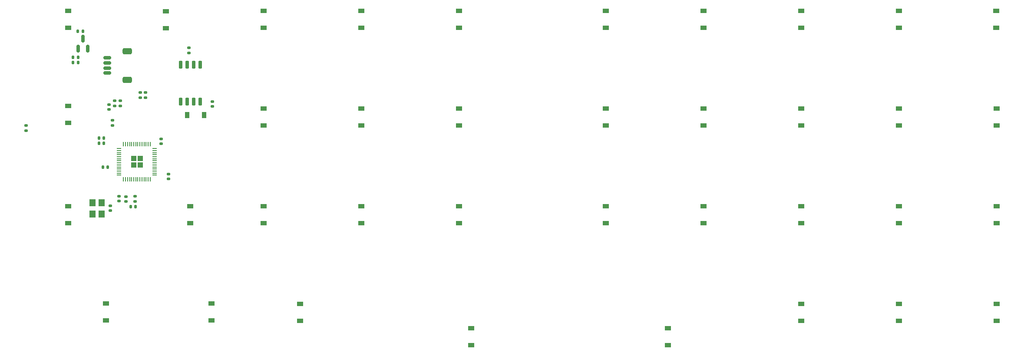
<source format=gbr>
%TF.GenerationSoftware,KiCad,Pcbnew,(7.0.0-0)*%
%TF.CreationDate,2023-07-17T12:18:46-04:00*%
%TF.ProjectId,cutiepie2040_ortho,63757469-6570-4696-9532-3034305f6f72,rev?*%
%TF.SameCoordinates,Original*%
%TF.FileFunction,Paste,Bot*%
%TF.FilePolarity,Positive*%
%FSLAX46Y46*%
G04 Gerber Fmt 4.6, Leading zero omitted, Abs format (unit mm)*
G04 Created by KiCad (PCBNEW (7.0.0-0)) date 2023-07-17 12:18:46*
%MOMM*%
%LPD*%
G01*
G04 APERTURE LIST*
G04 Aperture macros list*
%AMRoundRect*
0 Rectangle with rounded corners*
0 $1 Rounding radius*
0 $2 $3 $4 $5 $6 $7 $8 $9 X,Y pos of 4 corners*
0 Add a 4 corners polygon primitive as box body*
4,1,4,$2,$3,$4,$5,$6,$7,$8,$9,$2,$3,0*
0 Add four circle primitives for the rounded corners*
1,1,$1+$1,$2,$3*
1,1,$1+$1,$4,$5*
1,1,$1+$1,$6,$7*
1,1,$1+$1,$8,$9*
0 Add four rect primitives between the rounded corners*
20,1,$1+$1,$2,$3,$4,$5,0*
20,1,$1+$1,$4,$5,$6,$7,0*
20,1,$1+$1,$6,$7,$8,$9,0*
20,1,$1+$1,$8,$9,$2,$3,0*%
G04 Aperture macros list end*
%ADD10RoundRect,0.140000X0.170000X-0.140000X0.170000X0.140000X-0.170000X0.140000X-0.170000X-0.140000X0*%
%ADD11R,0.900000X1.200000*%
%ADD12R,1.200000X0.900000*%
%ADD13RoundRect,0.140000X-0.140000X-0.170000X0.140000X-0.170000X0.140000X0.170000X-0.140000X0.170000X0*%
%ADD14RoundRect,0.135000X0.185000X-0.135000X0.185000X0.135000X-0.185000X0.135000X-0.185000X-0.135000X0*%
%ADD15RoundRect,0.135000X-0.185000X0.135000X-0.185000X-0.135000X0.185000X-0.135000X0.185000X0.135000X0*%
%ADD16RoundRect,0.140000X0.140000X0.170000X-0.140000X0.170000X-0.140000X-0.170000X0.140000X-0.170000X0*%
%ADD17RoundRect,0.140000X-0.170000X0.140000X-0.170000X-0.140000X0.170000X-0.140000X0.170000X0.140000X0*%
%ADD18RoundRect,0.150000X0.150000X-0.587500X0.150000X0.587500X-0.150000X0.587500X-0.150000X-0.587500X0*%
%ADD19RoundRect,0.150000X-0.150000X0.650000X-0.150000X-0.650000X0.150000X-0.650000X0.150000X0.650000X0*%
%ADD20RoundRect,0.250000X0.292217X0.292217X-0.292217X0.292217X-0.292217X-0.292217X0.292217X-0.292217X0*%
%ADD21RoundRect,0.050000X0.387500X0.050000X-0.387500X0.050000X-0.387500X-0.050000X0.387500X-0.050000X0*%
%ADD22RoundRect,0.050000X0.050000X0.387500X-0.050000X0.387500X-0.050000X-0.387500X0.050000X-0.387500X0*%
%ADD23RoundRect,0.150000X-0.625000X0.150000X-0.625000X-0.150000X0.625000X-0.150000X0.625000X0.150000X0*%
%ADD24RoundRect,0.250000X-0.650000X0.350000X-0.650000X-0.350000X0.650000X-0.350000X0.650000X0.350000X0*%
%ADD25R,1.200000X1.400000*%
G04 APERTURE END LIST*
D10*
%TO.C,C_1V-Decoup2*%
X72650000Y-71060000D03*
X72650000Y-70100000D03*
%TD*%
D11*
%TO.C,D6*%
X80749999Y-74449999D03*
X84049999Y-74449999D03*
%TD*%
D12*
%TO.C,D14*%
X114724999Y-76499999D03*
X114724999Y-73199999D03*
%TD*%
D13*
%TO.C,C_Crystal1*%
X69750000Y-92350000D03*
X70710000Y-92350000D03*
%TD*%
D12*
%TO.C,D37*%
X238549999Y-95549999D03*
X238549999Y-92249999D03*
%TD*%
D14*
%TO.C,R_Crystal1*%
X70600000Y-91360000D03*
X70600000Y-90340000D03*
%TD*%
D12*
%TO.C,D17*%
X133774999Y-76499999D03*
X133774999Y-73199999D03*
%TD*%
D15*
%TO.C,R_Flash1*%
X81100000Y-61390000D03*
X81100000Y-62410000D03*
%TD*%
D12*
%TO.C,D8*%
X85499999Y-114549999D03*
X85499999Y-111249999D03*
%TD*%
%TO.C,D20*%
X162349999Y-57449999D03*
X162349999Y-54149999D03*
%TD*%
%TO.C,D15*%
X114724999Y-95549999D03*
X114724999Y-92249999D03*
%TD*%
%TO.C,D31*%
X219499999Y-57449999D03*
X219499999Y-54149999D03*
%TD*%
D10*
%TO.C,C_3V-Decoup2*%
X66200000Y-76480000D03*
X66200000Y-75520000D03*
%TD*%
D12*
%TO.C,D13*%
X114724999Y-57449999D03*
X114724999Y-54149999D03*
%TD*%
%TO.C,D23*%
X174493749Y-119362499D03*
X174493749Y-116062499D03*
%TD*%
D16*
%TO.C,C_3V-Decoup7*%
X64530000Y-78950000D03*
X63570000Y-78950000D03*
%TD*%
D12*
%TO.C,D32*%
X219499999Y-76499999D03*
X219499999Y-73199999D03*
%TD*%
%TO.C,D4*%
X64899999Y-114549999D03*
X64899999Y-111249999D03*
%TD*%
D10*
%TO.C,C_3V-Decoup9*%
X75700000Y-80080000D03*
X75700000Y-79120000D03*
%TD*%
D16*
%TO.C,C_3V-Decoup4*%
X65280000Y-84600000D03*
X64320000Y-84600000D03*
%TD*%
D12*
%TO.C,D26*%
X181399999Y-95549999D03*
X181399999Y-92249999D03*
%TD*%
%TO.C,D28*%
X200449999Y-76499999D03*
X200449999Y-73199999D03*
%TD*%
D15*
%TO.C,R_DATA1*%
X67700000Y-71650000D03*
X67700000Y-72670000D03*
%TD*%
D17*
%TO.C,C_3V-Decoup8*%
X68800000Y-90390000D03*
X68800000Y-91350000D03*
%TD*%
D10*
%TO.C,C_Flash1*%
X85650000Y-72800000D03*
X85650000Y-71840000D03*
%TD*%
D12*
%TO.C,D10*%
X95674999Y-76499999D03*
X95674999Y-73199999D03*
%TD*%
%TO.C,D35*%
X238468749Y-57449999D03*
X238468749Y-54149999D03*
%TD*%
%TO.C,D38*%
X238549999Y-114599999D03*
X238549999Y-111299999D03*
%TD*%
%TO.C,D19*%
X136156249Y-119362499D03*
X136156249Y-116062499D03*
%TD*%
D18*
%TO.C,U3*%
X61400000Y-61487500D03*
X59500000Y-61487500D03*
X60450000Y-59612500D03*
%TD*%
D12*
%TO.C,D25*%
X181399999Y-76499999D03*
X181399999Y-73199999D03*
%TD*%
%TO.C,D11*%
X95674999Y-95549999D03*
X95674999Y-92249999D03*
%TD*%
D17*
%TO.C,C_1V-Decoup3*%
X67450000Y-90270000D03*
X67450000Y-91230000D03*
%TD*%
D12*
%TO.C,D18*%
X133774999Y-95549999D03*
X133774999Y-92249999D03*
%TD*%
%TO.C,D34*%
X219499999Y-114599999D03*
X219499999Y-111299999D03*
%TD*%
%TO.C,D2*%
X57574999Y-75999999D03*
X57574999Y-72699999D03*
%TD*%
%TO.C,D3*%
X57574999Y-95549999D03*
X57574999Y-92249999D03*
%TD*%
%TO.C,D29*%
X200449999Y-95549999D03*
X200449999Y-92249999D03*
%TD*%
%TO.C,D16*%
X133774999Y-57449999D03*
X133774999Y-54149999D03*
%TD*%
D17*
%TO.C,C_3V-Decoup6*%
X77100000Y-85970000D03*
X77100000Y-86930000D03*
%TD*%
D12*
%TO.C,D30*%
X200449999Y-114599999D03*
X200449999Y-111299999D03*
%TD*%
%TO.C,D1*%
X57574999Y-57449999D03*
X57574999Y-54149999D03*
%TD*%
D16*
%TO.C,C_3V-Decoup1*%
X59480000Y-64250000D03*
X58520000Y-64250000D03*
%TD*%
%TO.C,C_LD1*%
X60430000Y-58100000D03*
X59470000Y-58100000D03*
%TD*%
D14*
%TO.C,R_RST1*%
X49350000Y-77560000D03*
X49350000Y-76540000D03*
%TD*%
D19*
%TO.C,U2*%
X79495000Y-71850000D03*
X80765000Y-71850000D03*
X82035000Y-71850000D03*
X83305000Y-71850000D03*
X83305000Y-64650000D03*
X82035000Y-64650000D03*
X80765000Y-64650000D03*
X79495000Y-64650000D03*
%TD*%
D12*
%TO.C,D33*%
X219499999Y-95549999D03*
X219499999Y-92249999D03*
%TD*%
%TO.C,D36*%
X238549999Y-76499999D03*
X238549999Y-73199999D03*
%TD*%
%TO.C,D7*%
X81374999Y-95549999D03*
X81374999Y-92249999D03*
%TD*%
%TO.C,D12*%
X102818749Y-114599999D03*
X102818749Y-111299999D03*
%TD*%
D10*
%TO.C,C_1V-Decoup1*%
X65500000Y-73370000D03*
X65500000Y-72410000D03*
%TD*%
%TO.C,C_3V-Decoup3*%
X71650000Y-71060000D03*
X71650000Y-70100000D03*
%TD*%
D12*
%TO.C,D22*%
X162349999Y-95549999D03*
X162349999Y-92249999D03*
%TD*%
D20*
%TO.C,U1*%
X71587500Y-84237500D03*
X71587500Y-82962500D03*
X70312500Y-84237500D03*
X70312500Y-82962500D03*
D21*
X74387500Y-81000000D03*
X74387500Y-81400000D03*
X74387500Y-81800000D03*
X74387500Y-82200000D03*
X74387500Y-82600000D03*
X74387500Y-83000000D03*
X74387500Y-83400000D03*
X74387500Y-83800000D03*
X74387500Y-84200000D03*
X74387500Y-84600000D03*
X74387500Y-85000000D03*
X74387500Y-85400000D03*
X74387500Y-85800000D03*
X74387500Y-86200000D03*
D22*
X73550000Y-87037500D03*
X73150000Y-87037500D03*
X72750000Y-87037500D03*
X72350000Y-87037500D03*
X71950000Y-87037500D03*
X71550000Y-87037500D03*
X71150000Y-87037500D03*
X70750000Y-87037500D03*
X70350000Y-87037500D03*
X69950000Y-87037500D03*
X69550000Y-87037500D03*
X69150000Y-87037500D03*
X68750000Y-87037500D03*
X68350000Y-87037500D03*
D21*
X67512500Y-86200000D03*
X67512500Y-85800000D03*
X67512500Y-85400000D03*
X67512500Y-85000000D03*
X67512500Y-84600000D03*
X67512500Y-84200000D03*
X67512500Y-83800000D03*
X67512500Y-83400000D03*
X67512500Y-83000000D03*
X67512500Y-82600000D03*
X67512500Y-82200000D03*
X67512500Y-81800000D03*
X67512500Y-81400000D03*
X67512500Y-81000000D03*
D22*
X68350000Y-80162500D03*
X68750000Y-80162500D03*
X69150000Y-80162500D03*
X69550000Y-80162500D03*
X69950000Y-80162500D03*
X70350000Y-80162500D03*
X70750000Y-80162500D03*
X71150000Y-80162500D03*
X71550000Y-80162500D03*
X71950000Y-80162500D03*
X72350000Y-80162500D03*
X72750000Y-80162500D03*
X73150000Y-80162500D03*
X73550000Y-80162500D03*
%TD*%
D12*
%TO.C,D27*%
X200449999Y-57449999D03*
X200449999Y-54149999D03*
%TD*%
D10*
%TO.C,C_Crystal2*%
X65800000Y-93100000D03*
X65800000Y-92140000D03*
%TD*%
D12*
%TO.C,D9*%
X95674999Y-57449999D03*
X95674999Y-54149999D03*
%TD*%
%TO.C,D24*%
X181399999Y-57449999D03*
X181399999Y-54149999D03*
%TD*%
D16*
%TO.C,C_3V-Decoup5*%
X64530000Y-80000000D03*
X63570000Y-80000000D03*
%TD*%
D15*
%TO.C,R_DATA2*%
X66600000Y-71650000D03*
X66600000Y-72670000D03*
%TD*%
D16*
%TO.C,C_LD2*%
X59480000Y-63200000D03*
X58520000Y-63200000D03*
%TD*%
D23*
%TO.C,J1*%
X65200000Y-63300000D03*
X65200000Y-64300000D03*
X65200000Y-65300000D03*
X65200000Y-66300000D03*
D24*
X69075000Y-62000000D03*
X69075000Y-67600000D03*
%TD*%
D12*
%TO.C,D21*%
X162349999Y-76499999D03*
X162349999Y-73199999D03*
%TD*%
D25*
%TO.C,Y1*%
X64049999Y-91599999D03*
X64049999Y-93799999D03*
X62349999Y-93799999D03*
X62349999Y-91599999D03*
%TD*%
D12*
%TO.C,D5*%
X76624999Y-57549999D03*
X76624999Y-54249999D03*
%TD*%
M02*

</source>
